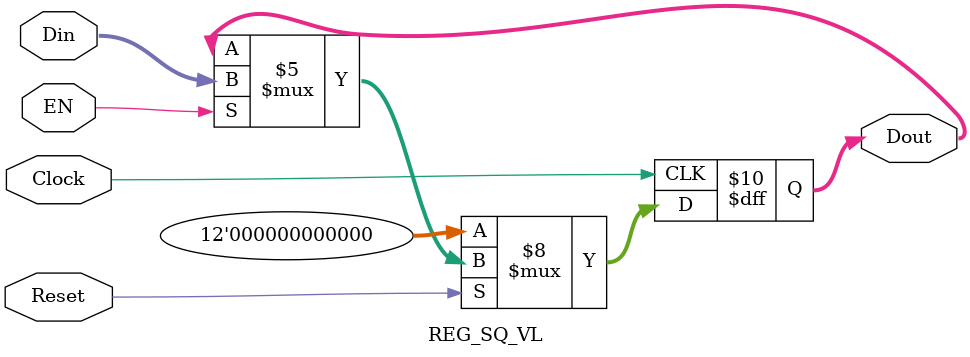
<source format=v>
`timescale	1ns/1ps

module	REG_SQ_VL(Dout, Din, EN, Clock, Reset)	;

output	[11:0]	Dout	;
reg	[11:0]	Dout	;

input	[11:0]	Din	;
wire	[11:0]	Din	;

input	EN	;
wire	EN	;

input	Clock, Reset	;
wire	Clock, Reset	;


always	@(posedge	Clock)
	begin
		if ( Reset == 1'b0 )
			begin
				Dout <= 12'b0000_0000_0000	;
			end
		else if ( EN == 1'b1 )
			begin
				Dout <= Din	;
			end
		else
			begin
				Dout <= Dout	;
			end
	end

endmodule

</source>
